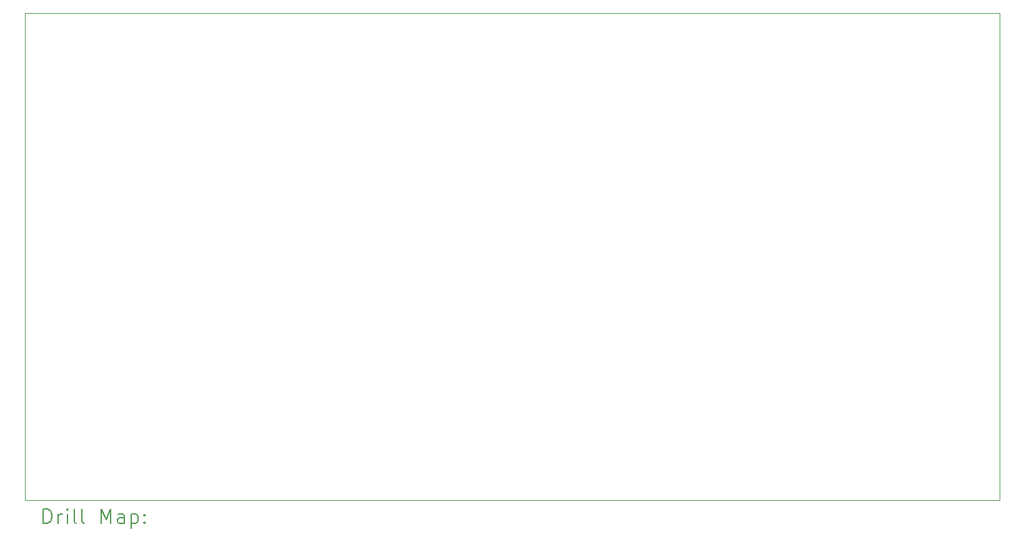
<source format=gbr>
%FSLAX45Y45*%
G04 Gerber Fmt 4.5, Leading zero omitted, Abs format (unit mm)*
G04 Created by KiCad (PCBNEW (6.0.6)) date 2023-01-04 14:37:16*
%MOMM*%
%LPD*%
G01*
G04 APERTURE LIST*
%TA.AperFunction,Profile*%
%ADD10C,0.100000*%
%TD*%
%ADD11C,0.200000*%
G04 APERTURE END LIST*
D10*
X8128000Y-2286000D02*
X21336000Y-2286000D01*
X8128000Y-8890000D02*
X8128000Y-2286000D01*
X21336000Y-8890000D02*
X8128000Y-8890000D01*
X21336000Y-2286000D02*
X21336000Y-8890000D01*
D11*
X8380619Y-9205476D02*
X8380619Y-9005476D01*
X8428238Y-9005476D01*
X8456810Y-9015000D01*
X8475857Y-9034048D01*
X8485381Y-9053095D01*
X8494905Y-9091190D01*
X8494905Y-9119762D01*
X8485381Y-9157857D01*
X8475857Y-9176905D01*
X8456810Y-9195952D01*
X8428238Y-9205476D01*
X8380619Y-9205476D01*
X8580619Y-9205476D02*
X8580619Y-9072143D01*
X8580619Y-9110238D02*
X8590143Y-9091190D01*
X8599667Y-9081667D01*
X8618714Y-9072143D01*
X8637762Y-9072143D01*
X8704429Y-9205476D02*
X8704429Y-9072143D01*
X8704429Y-9005476D02*
X8694905Y-9015000D01*
X8704429Y-9024524D01*
X8713952Y-9015000D01*
X8704429Y-9005476D01*
X8704429Y-9024524D01*
X8828238Y-9205476D02*
X8809190Y-9195952D01*
X8799667Y-9176905D01*
X8799667Y-9005476D01*
X8933000Y-9205476D02*
X8913952Y-9195952D01*
X8904429Y-9176905D01*
X8904429Y-9005476D01*
X9161571Y-9205476D02*
X9161571Y-9005476D01*
X9228238Y-9148333D01*
X9294905Y-9005476D01*
X9294905Y-9205476D01*
X9475857Y-9205476D02*
X9475857Y-9100714D01*
X9466333Y-9081667D01*
X9447286Y-9072143D01*
X9409190Y-9072143D01*
X9390143Y-9081667D01*
X9475857Y-9195952D02*
X9456810Y-9205476D01*
X9409190Y-9205476D01*
X9390143Y-9195952D01*
X9380619Y-9176905D01*
X9380619Y-9157857D01*
X9390143Y-9138810D01*
X9409190Y-9129286D01*
X9456810Y-9129286D01*
X9475857Y-9119762D01*
X9571095Y-9072143D02*
X9571095Y-9272143D01*
X9571095Y-9081667D02*
X9590143Y-9072143D01*
X9628238Y-9072143D01*
X9647286Y-9081667D01*
X9656810Y-9091190D01*
X9666333Y-9110238D01*
X9666333Y-9167381D01*
X9656810Y-9186429D01*
X9647286Y-9195952D01*
X9628238Y-9205476D01*
X9590143Y-9205476D01*
X9571095Y-9195952D01*
X9752048Y-9186429D02*
X9761571Y-9195952D01*
X9752048Y-9205476D01*
X9742524Y-9195952D01*
X9752048Y-9186429D01*
X9752048Y-9205476D01*
X9752048Y-9081667D02*
X9761571Y-9091190D01*
X9752048Y-9100714D01*
X9742524Y-9091190D01*
X9752048Y-9081667D01*
X9752048Y-9100714D01*
M02*

</source>
